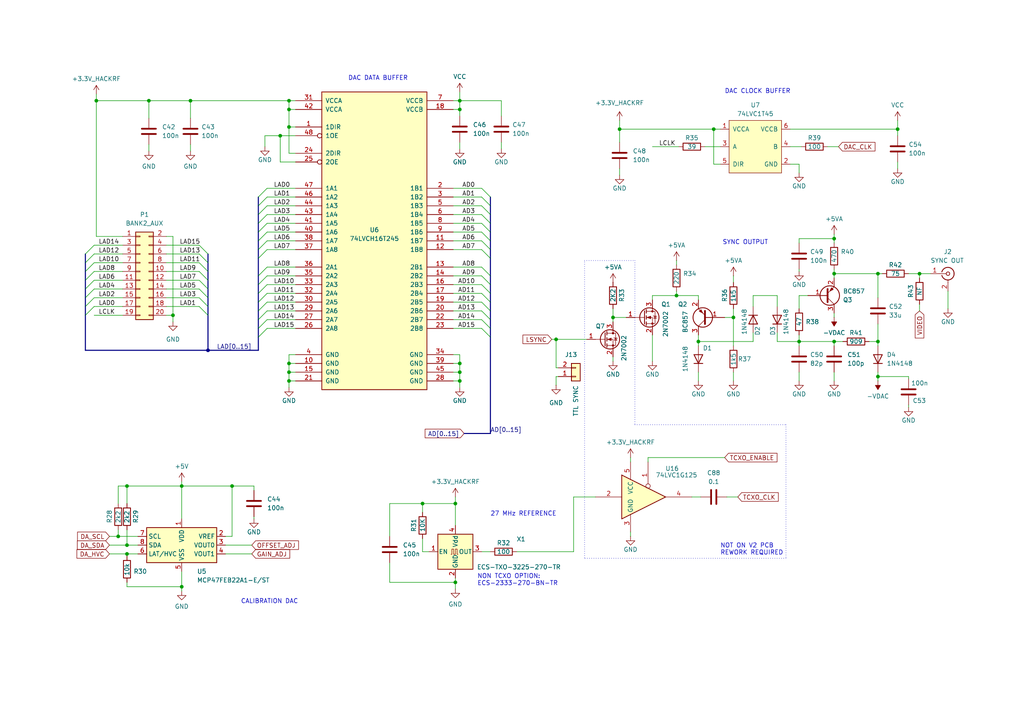
<source format=kicad_sch>
(kicad_sch (version 20231120) (generator "eeschema") (generator_version "8.0")
  (paper "A4")
  (title_block (title "${TITLE}") (date "${DATE}") (rev "${VERSION}") (company "${COPYRIGHT}") (comment 1 "${LICENSE}") (comment 2 "VIDEO INTERFACE / POWER"))
  (junction (at 83.82 36.83))
  (junction (at 83.82 29.21))
  (junction (at 133.35 31.75))
  (junction (at 207.01 37.465))
  (junction (at 81.28 39.37))
  (junction (at 179.705 37.465))
  (junction (at 55.245 29.21))
  (junction (at 50.165 91.44))
  (junction (at 36.83 160.655))
  (junction (at 241.935 99.06))
  (junction (at 132.08 146.05))
  (junction (at 122.555 146.05))
  (junction (at 52.705 140.97))
  (junction (at 202.565 99.06))
  (junction (at 60.325 101.6))
  (junction (at 83.82 110.49))
  (junction (at 43.18 29.21))
  (junction (at 132.08 168.91))
  (junction (at 83.82 31.75))
  (junction (at 83.82 107.95))
  (junction (at 212.725 92.075))
  (junction (at 133.35 29.21))
  (junction (at 133.35 107.95))
  (junction (at 36.83 158.115))
  (junction (at 133.35 105.41))
  (junction (at 254.635 79.375))
  (junction (at 36.83 140.97))
  (junction (at 254.635 99.06))
  (junction (at 196.215 85.725))
  (junction (at 34.29 155.575))
  (junction (at 52.705 170.18))
  (junction (at 266.7 79.375))
  (junction (at 254.635 109.22))
  (junction (at 83.82 105.41))
  (junction (at 67.31 140.97))
  (junction (at 231.775 99.06))
  (junction (at 161.29 98.425))
  (junction (at 260.35 37.465))
  (junction (at 241.935 79.375))
  (junction (at 133.35 110.49))
  (junction (at 27.94 29.21))
  (junction (at 241.935 69.215))
  (junction (at 177.8 92.075))
  (bus_entry (at 77.47 67.31) (size -2.54 2.54))
  (bus_entry (at 139.7 67.31) (size 2.54 2.54))
  (bus_entry (at 77.47 64.77) (size -2.54 2.54))
  (bus_entry (at 57.785 83.82) (size 2.54 2.54))
  (bus_entry (at 139.7 59.69) (size 2.54 2.54))
  (bus_entry (at 139.7 54.61) (size 2.54 2.54))
  (bus_entry (at 24.765 73.66) (size 2.54 -2.54))
  (bus_entry (at 24.765 83.82) (size 2.54 -2.54))
  (bus_entry (at 77.47 72.39) (size -2.54 2.54))
  (bus_entry (at 24.765 81.28) (size 2.54 -2.54))
  (bus_entry (at 77.47 69.85) (size -2.54 2.54))
  (bus_entry (at 139.7 95.25) (size 2.54 2.54))
  (bus_entry (at 24.765 88.9) (size 2.54 -2.54))
  (bus_entry (at 57.785 86.36) (size 2.54 2.54))
  (bus_entry (at 77.47 80.01) (size -2.54 2.54))
  (bus_entry (at 139.7 77.47) (size 2.54 2.54))
  (bus_entry (at 77.47 85.09) (size -2.54 2.54))
  (bus_entry (at 77.47 87.63) (size -2.54 2.54))
  (bus_entry (at 139.7 85.09) (size 2.54 2.54))
  (bus_entry (at 139.7 72.39) (size 2.54 2.54))
  (bus_entry (at 77.47 62.23) (size -2.54 2.54))
  (bus_entry (at 77.47 77.47) (size -2.54 2.54))
  (bus_entry (at 24.765 91.44) (size 2.54 -2.54))
  (bus_entry (at 24.765 86.36) (size 2.54 -2.54))
  (bus_entry (at 77.47 92.71) (size -2.54 2.54))
  (bus_entry (at 24.765 78.74) (size 2.54 -2.54))
  (bus_entry (at 139.7 87.63) (size 2.54 2.54))
  (bus_entry (at 57.785 73.66) (size 2.54 2.54))
  (bus_entry (at 57.785 81.28) (size 2.54 2.54))
  (bus_entry (at 139.7 62.23) (size 2.54 2.54))
  (bus_entry (at 77.47 57.15) (size -2.54 2.54))
  (bus_entry (at 77.47 54.61) (size -2.54 2.54))
  (bus_entry (at 139.7 57.15) (size 2.54 2.54))
  (bus_entry (at 57.785 78.74) (size 2.54 2.54))
  (bus_entry (at 77.47 59.69) (size -2.54 2.54))
  (bus_entry (at 139.7 92.71) (size 2.54 2.54))
  (bus_entry (at 77.47 82.55) (size -2.54 2.54))
  (bus_entry (at 139.7 64.77) (size 2.54 2.54))
  (bus_entry (at 139.7 82.55) (size 2.54 2.54))
  (bus_entry (at 57.785 88.9) (size 2.54 2.54))
  (bus_entry (at 57.785 76.2) (size 2.54 2.54))
  (bus_entry (at 139.7 80.01) (size 2.54 2.54))
  (bus_entry (at 77.47 95.25) (size -2.54 2.54))
  (bus_entry (at 57.785 71.12) (size 2.54 2.54))
  (bus_entry (at 139.7 90.17) (size 2.54 2.54))
  (bus_entry (at 139.7 69.85) (size 2.54 2.54))
  (bus_entry (at 24.765 76.2) (size 2.54 -2.54))
  (bus_entry (at 77.47 90.17) (size -2.54 2.54))
  (wire (pts (xy 139.7 90.17) (xy 131.445 90.17)))
  (wire (pts (xy 240.03 42.545) (xy 243.205 42.545)))
  (wire (pts (xy 189.23 85.725) (xy 189.23 86.995)))
  (bus (pts (xy 142.24 80.01) (xy 142.24 74.93)))
  (wire (pts (xy 131.445 31.75) (xy 133.35 31.75)))
  (wire (pts (xy 139.7 77.47) (xy 131.445 77.47)))
  (wire (pts (xy 132.08 168.91) (xy 132.08 170.815)))
  (wire (pts (xy 139.7 85.09) (xy 131.445 85.09)))
  (wire (pts (xy 48.26 81.28) (xy 57.785 81.28)))
  (wire (pts (xy 36.83 158.115) (xy 40.005 158.115)))
  (wire (pts (xy 77.47 82.55) (xy 85.725 82.55)))
  (wire (pts (xy 77.47 67.31) (xy 85.725 67.31)))
  (wire (pts (xy 132.08 168.91) (xy 113.03 168.91)))
  (wire (pts (xy 76.835 39.37) (xy 76.835 42.545)))
  (wire (pts (xy 81.28 39.37) (xy 76.835 39.37)))
  (wire (pts (xy 254.635 107.95) (xy 254.635 109.22)))
  (wire (pts (xy 83.82 105.41) (xy 83.82 107.95)))
  (wire (pts (xy 48.26 88.9) (xy 57.785 88.9)))
  (bus (pts (xy 142.24 95.25) (xy 142.24 92.71)))
  (bus (pts (xy 74.93 69.85) (xy 74.93 67.31)))
  (bus (pts (xy 142.24 62.23) (xy 142.24 59.69)))
  (polyline (pts (xy 184.15 123.19) (xy 227.965 123.19)) (stroke (width 0) (type dot)))
  (wire (pts (xy 187.96 132.715) (xy 210.185 132.715)))
  (wire (pts (xy 241.935 69.215) (xy 241.935 70.485)))
  (wire (pts (xy 139.7 57.15) (xy 131.445 57.15)))
  (wire (pts (xy 113.03 146.05) (xy 113.03 155.575)))
  (wire (pts (xy 43.18 29.21) (xy 27.94 29.21)))
  (wire (pts (xy 139.7 59.69) (xy 131.445 59.69)))
  (wire (pts (xy 83.82 102.87) (xy 83.82 105.41)))
  (wire (pts (xy 254.635 79.375) (xy 255.905 79.375)))
  (wire (pts (xy 65.405 158.115) (xy 73.025 158.115)))
  (wire (pts (xy 231.775 107.95) (xy 231.775 110.49)))
  (bus (pts (xy 142.24 97.79) (xy 142.24 95.25)))
  (wire (pts (xy 133.35 110.49) (xy 133.35 112.395)))
  (bus (pts (xy 142.24 85.09) (xy 142.24 82.55)))
  (wire (pts (xy 77.47 54.61) (xy 85.725 54.61)))
  (bus (pts (xy 74.93 80.01) (xy 74.93 74.93)))
  (wire (pts (xy 241.935 90.805) (xy 241.935 92.075)))
  (bus (pts (xy 74.93 59.69) (xy 74.93 57.15)))
  (bus (pts (xy 60.325 91.44) (xy 60.325 101.6)))
  (wire (pts (xy 212.725 107.95) (xy 212.725 110.49)))
  (wire (pts (xy 83.82 29.21) (xy 85.725 29.21)))
  (wire (pts (xy 67.31 140.97) (xy 73.66 140.97)))
  (wire (pts (xy 36.83 160.655) (xy 40.005 160.655)))
  (polyline (pts (xy 227.965 161.925) (xy 169.545 161.925)) (stroke (width 0) (type dot)))
  (wire (pts (xy 241.935 99.06) (xy 241.935 100.33)))
  (bus (pts (xy 74.93 95.25) (xy 74.93 92.71)))
  (wire (pts (xy 132.08 152.4) (xy 132.08 146.05)))
  (wire (pts (xy 83.82 31.75) (xy 83.82 29.21)))
  (wire (pts (xy 27.94 29.21) (xy 27.94 68.58)))
  (wire (pts (xy 73.66 149.86) (xy 73.66 150.495)))
  (wire (pts (xy 202.565 99.06) (xy 218.44 99.06)))
  (wire (pts (xy 52.705 140.97) (xy 52.705 150.495)))
  (wire (pts (xy 77.47 92.71) (xy 85.725 92.71)))
  (bus (pts (xy 142.24 125.73) (xy 142.24 97.79)))
  (polyline (pts (xy 169.545 99.695) (xy 169.545 161.925)) (stroke (width 0) (type dot)))
  (wire (pts (xy 139.7 92.71) (xy 131.445 92.71)))
  (wire (pts (xy 55.245 41.91) (xy 55.245 43.815)))
  (wire (pts (xy 241.935 78.105) (xy 241.935 79.375)))
  (bus (pts (xy 142.24 92.71) (xy 142.24 90.17)))
  (wire (pts (xy 85.725 46.99) (xy 81.28 46.99)))
  (wire (pts (xy 196.215 85.725) (xy 202.565 85.725)))
  (bus (pts (xy 142.24 82.55) (xy 142.24 80.01)))
  (wire (pts (xy 43.18 29.21) (xy 43.18 34.29)))
  (wire (pts (xy 122.555 156.21) (xy 122.555 160.02)))
  (wire (pts (xy 139.7 67.31) (xy 131.445 67.31)))
  (bus (pts (xy 142.24 90.17) (xy 142.24 87.63)))
  (wire (pts (xy 43.18 41.91) (xy 43.18 43.815)))
  (wire (pts (xy 133.35 105.41) (xy 131.445 105.41)))
  (wire (pts (xy 207.01 37.465) (xy 207.01 47.625)))
  (wire (pts (xy 225.425 99.06) (xy 231.775 99.06)))
  (wire (pts (xy 48.26 76.2) (xy 57.785 76.2)))
  (wire (pts (xy 27.94 27.305) (xy 27.94 29.21)))
  (bus (pts (xy 60.325 88.9) (xy 60.325 91.44)))
  (wire (pts (xy 212.725 89.535) (xy 212.725 92.075)))
  (bus (pts (xy 74.93 74.93) (xy 74.93 72.39)))
  (wire (pts (xy 27.305 88.9) (xy 35.56 88.9)))
  (wire (pts (xy 132.08 144.145) (xy 132.08 146.05)))
  (bus (pts (xy 60.325 78.74) (xy 60.325 81.28)))
  (wire (pts (xy 145.415 41.275) (xy 145.415 43.18)))
  (wire (pts (xy 52.705 170.18) (xy 52.705 171.45)))
  (wire (pts (xy 229.235 37.465) (xy 260.35 37.465)))
  (wire (pts (xy 231.775 47.625) (xy 231.775 50.165)))
  (wire (pts (xy 35.56 68.58) (xy 27.94 68.58)))
  (wire (pts (xy 241.935 67.945) (xy 241.935 69.215)))
  (bus (pts (xy 74.93 101.6) (xy 60.325 101.6)))
  (wire (pts (xy 225.425 96.52) (xy 225.425 99.06)))
  (wire (pts (xy 27.305 71.12) (xy 35.56 71.12)))
  (wire (pts (xy 263.525 79.375) (xy 266.7 79.375)))
  (wire (pts (xy 36.83 170.18) (xy 52.705 170.18)))
  (polyline (pts (xy 169.545 75.565) (xy 184.15 75.565)) (stroke (width 0) (type dot)))
  (wire (pts (xy 36.83 160.655) (xy 36.83 161.29)))
  (bus (pts (xy 142.24 69.85) (xy 142.24 67.31)))
  (wire (pts (xy 48.26 83.82) (xy 57.785 83.82)))
  (bus (pts (xy 74.93 90.17) (xy 74.93 87.63)))
  (wire (pts (xy 254.635 93.98) (xy 254.635 99.06)))
  (wire (pts (xy 43.18 29.21) (xy 55.245 29.21)))
  (bus (pts (xy 142.24 67.31) (xy 142.24 64.77)))
  (wire (pts (xy 260.35 37.465) (xy 260.35 39.37)))
  (wire (pts (xy 131.445 102.87) (xy 133.35 102.87)))
  (wire (pts (xy 83.82 31.75) (xy 85.725 31.75)))
  (wire (pts (xy 83.82 107.95) (xy 85.725 107.95)))
  (wire (pts (xy 160.02 98.425) (xy 161.29 98.425)))
  (wire (pts (xy 210.185 92.075) (xy 212.725 92.075)))
  (wire (pts (xy 208.915 47.625) (xy 207.01 47.625)))
  (wire (pts (xy 139.7 69.85) (xy 131.445 69.85)))
  (wire (pts (xy 27.305 73.66) (xy 35.56 73.66)))
  (wire (pts (xy 179.705 34.925) (xy 179.705 37.465)))
  (wire (pts (xy 83.82 36.83) (xy 83.82 44.45)))
  (wire (pts (xy 77.47 59.69) (xy 85.725 59.69)))
  (wire (pts (xy 131.445 29.21) (xy 133.35 29.21)))
  (bus (pts (xy 24.765 73.66) (xy 24.765 76.2)))
  (bus (pts (xy 74.93 67.31) (xy 74.93 64.77)))
  (wire (pts (xy 77.47 77.47) (xy 85.725 77.47)))
  (bus (pts (xy 24.765 86.36) (xy 24.765 88.9)))
  (wire (pts (xy 225.425 85.725) (xy 218.44 85.725)))
  (wire (pts (xy 229.235 42.545) (xy 232.41 42.545)))
  (wire (pts (xy 202.565 99.06) (xy 202.565 100.33)))
  (wire (pts (xy 229.235 47.625) (xy 231.775 47.625)))
  (wire (pts (xy 34.29 153.67) (xy 34.29 155.575)))
  (wire (pts (xy 231.775 97.155) (xy 231.775 99.06)))
  (bus (pts (xy 74.93 64.77) (xy 74.93 62.23)))
  (bus (pts (xy 74.93 62.23) (xy 74.93 59.69)))
  (wire (pts (xy 73.66 140.97) (xy 73.66 142.24)))
  (wire (pts (xy 200.66 144.145) (xy 203.2 144.145)))
  (wire (pts (xy 77.47 57.15) (xy 85.725 57.15)))
  (wire (pts (xy 177.8 103.505) (xy 177.8 104.775)))
  (wire (pts (xy 133.35 26.67) (xy 133.35 29.21)))
  (bus (pts (xy 60.325 81.28) (xy 60.325 83.82)))
  (wire (pts (xy 52.705 139.7) (xy 52.705 140.97)))
  (wire (pts (xy 83.82 36.83) (xy 83.82 31.75)))
  (wire (pts (xy 65.405 155.575) (xy 67.31 155.575)))
  (wire (pts (xy 166.37 144.145) (xy 172.72 144.145)))
  (wire (pts (xy 50.165 68.58) (xy 48.26 68.58)))
  (wire (pts (xy 83.82 105.41) (xy 85.725 105.41)))
  (wire (pts (xy 67.31 155.575) (xy 67.31 140.97)))
  (wire (pts (xy 48.26 71.12) (xy 57.785 71.12)))
  (bus (pts (xy 74.93 85.09) (xy 74.93 82.55)))
  (wire (pts (xy 161.29 109.22) (xy 161.29 111.76)))
  (wire (pts (xy 231.775 85.725) (xy 234.315 85.725)))
  (wire (pts (xy 241.935 79.375) (xy 254.635 79.375)))
  (wire (pts (xy 27.305 76.2) (xy 35.56 76.2)))
  (wire (pts (xy 202.565 97.155) (xy 202.565 99.06)))
  (wire (pts (xy 139.7 160.02) (xy 142.24 160.02)))
  (bus (pts (xy 24.765 88.9) (xy 24.765 91.44)))
  (wire (pts (xy 77.47 87.63) (xy 85.725 87.63)))
  (wire (pts (xy 139.7 87.63) (xy 131.445 87.63)))
  (wire (pts (xy 179.705 37.465) (xy 207.01 37.465)))
  (wire (pts (xy 133.35 107.95) (xy 131.445 107.95)))
  (bus (pts (xy 60.325 83.82) (xy 60.325 86.36)))
  (wire (pts (xy 177.8 89.535) (xy 177.8 92.075)))
  (wire (pts (xy 231.775 99.06) (xy 241.935 99.06)))
  (wire (pts (xy 113.03 168.91) (xy 113.03 163.195)))
  (bus (pts (xy 24.765 81.28) (xy 24.765 83.82)))
  (wire (pts (xy 122.555 160.02) (xy 124.46 160.02)))
  (wire (pts (xy 133.35 107.95) (xy 133.35 110.49)))
  (wire (pts (xy 50.165 91.44) (xy 50.165 93.345)))
  (wire (pts (xy 189.23 85.725) (xy 196.215 85.725)))
  (wire (pts (xy 161.29 98.425) (xy 170.18 98.425)))
  (wire (pts (xy 77.47 85.09) (xy 85.725 85.09)))
  (wire (pts (xy 34.29 155.575) (xy 40.005 155.575)))
  (wire (pts (xy 231.775 78.105) (xy 231.775 78.74)))
  (wire (pts (xy 83.82 44.45) (xy 85.725 44.45)))
  (wire (pts (xy 161.925 109.22) (xy 161.29 109.22)))
  (wire (pts (xy 27.305 81.28) (xy 35.56 81.28)))
  (wire (pts (xy 139.7 62.23) (xy 131.445 62.23)))
  (bus (pts (xy 142.24 125.73) (xy 134.62 125.73)))
  (wire (pts (xy 133.35 29.21) (xy 145.415 29.21)))
  (bus (pts (xy 60.325 76.2) (xy 60.325 78.74)))
  (wire (pts (xy 139.7 72.39) (xy 131.445 72.39)))
  (wire (pts (xy 77.47 80.01) (xy 85.725 80.01)))
  (wire (pts (xy 133.35 29.21) (xy 133.35 31.75)))
  (wire (pts (xy 83.82 29.21) (xy 55.245 29.21)))
  (wire (pts (xy 48.26 73.66) (xy 57.785 73.66)))
  (wire (pts (xy 179.705 48.895) (xy 179.705 50.8)))
  (wire (pts (xy 81.28 39.37) (xy 81.28 46.99)))
  (bus (pts (xy 74.93 97.79) (xy 74.93 95.25)))
  (wire (pts (xy 182.88 132.715) (xy 182.88 133.985)))
  (wire (pts (xy 231.775 99.06) (xy 231.775 100.33)))
  (wire (pts (xy 179.705 37.465) (xy 179.705 41.275)))
  (wire (pts (xy 122.555 146.05) (xy 122.555 148.59)))
  (wire (pts (xy 65.405 160.655) (xy 73.025 160.655)))
  (polyline (pts (xy 184.15 75.565) (xy 184.15 123.19)) (stroke (width 0) (type dot)))
  (wire (pts (xy 77.47 90.17) (xy 85.725 90.17)))
  (wire (pts (xy 48.26 86.36) (xy 57.785 86.36)))
  (wire (pts (xy 132.08 167.64) (xy 132.08 168.91)))
  (wire (pts (xy 83.82 107.95) (xy 83.82 110.49)))
  (wire (pts (xy 266.7 79.375) (xy 266.7 80.645)))
  (bus (pts (xy 74.93 101.6) (xy 74.93 97.79)))
  (wire (pts (xy 77.47 69.85) (xy 85.725 69.85)))
  (wire (pts (xy 85.725 36.83) (xy 83.82 36.83)))
  (wire (pts (xy 166.37 160.02) (xy 166.37 144.145)))
  (wire (pts (xy 83.82 110.49) (xy 83.82 112.395)))
  (wire (pts (xy 241.935 79.375) (xy 241.935 80.645)))
  (wire (pts (xy 266.7 88.265) (xy 266.7 90.17)))
  (wire (pts (xy 36.83 168.91) (xy 36.83 170.18)))
  (wire (pts (xy 225.425 88.9) (xy 225.425 85.725)))
  (bus (pts (xy 142.24 72.39) (xy 142.24 69.85)))
  (bus (pts (xy 142.24 64.77) (xy 142.24 62.23)))
  (wire (pts (xy 254.635 109.22) (xy 254.635 110.49)))
  (wire (pts (xy 48.26 78.74) (xy 57.785 78.74)))
  (wire (pts (xy 241.935 69.215) (xy 231.775 69.215)))
  (bus (pts (xy 60.325 86.36) (xy 60.325 88.9)))
  (bus (pts (xy 142.24 59.69) (xy 142.24 57.15)))
  (bus (pts (xy 24.765 78.74) (xy 24.765 81.28)))
  (wire (pts (xy 263.525 109.22) (xy 263.525 109.855)))
  (wire (pts (xy 266.7 79.375) (xy 269.875 79.375)))
  (wire (pts (xy 254.635 79.375) (xy 254.635 86.36)))
  (bus (pts (xy 74.93 87.63) (xy 74.93 85.09)))
  (wire (pts (xy 27.305 86.36) (xy 35.56 86.36)))
  (wire (pts (xy 149.86 160.02) (xy 166.37 160.02)))
  (wire (pts (xy 231.775 69.215) (xy 231.775 70.485)))
  (wire (pts (xy 52.705 165.735) (xy 52.705 170.18)))
  (wire (pts (xy 145.415 29.21) (xy 145.415 33.655)))
  (wire (pts (xy 77.47 95.25) (xy 85.725 95.25)))
  (wire (pts (xy 204.47 42.545) (xy 208.915 42.545)))
  (wire (pts (xy 133.35 105.41) (xy 133.35 107.95)))
  (bus (pts (xy 60.325 73.66) (xy 60.325 76.2)))
  (bus (pts (xy 142.24 74.93) (xy 142.24 72.39)))
  (wire (pts (xy 133.35 31.75) (xy 133.35 33.655)))
  (wire (pts (xy 139.7 82.55) (xy 131.445 82.55)))
  (bus (pts (xy 74.93 82.55) (xy 74.93 80.01)))
  (wire (pts (xy 139.7 64.77) (xy 131.445 64.77)))
  (wire (pts (xy 77.47 72.39) (xy 85.725 72.39)))
  (wire (pts (xy 196.215 84.455) (xy 196.215 85.725)))
  (wire (pts (xy 27.305 78.74) (xy 35.56 78.74)))
  (wire (pts (xy 36.83 140.97) (xy 52.705 140.97)))
  (wire (pts (xy 31.75 158.115) (xy 36.83 158.115)))
  (wire (pts (xy 207.01 37.465) (xy 208.915 37.465)))
  (wire (pts (xy 161.29 98.425) (xy 161.29 106.68)))
  (wire (pts (xy 31.75 160.655) (xy 36.83 160.655)))
  (polyline (pts (xy 169.545 99.695) (xy 169.545 75.565)) (stroke (width 0) (type dot)))
  (wire (pts (xy 260.35 34.925) (xy 260.35 37.465)))
  (wire (pts (xy 210.82 144.145) (xy 213.995 144.145)))
  (wire (pts (xy 133.35 102.87) (xy 133.35 105.41)))
  (wire (pts (xy 161.925 106.68) (xy 161.29 106.68)))
  (wire (pts (xy 31.75 155.575) (xy 34.29 155.575)))
  (wire (pts (xy 139.7 54.61) (xy 131.445 54.61)))
  (wire (pts (xy 241.935 99.06) (xy 244.475 99.06)))
  (wire (pts (xy 212.725 92.075) (xy 212.725 100.33)))
  (wire (pts (xy 55.245 29.21) (xy 55.245 34.29)))
  (wire (pts (xy 260.35 46.99) (xy 260.35 48.895)))
  (wire (pts (xy 36.83 153.67) (xy 36.83 158.115)))
  (bus (pts (xy 24.765 76.2) (xy 24.765 78.74)))
  (wire (pts (xy 202.565 85.725) (xy 202.565 86.995)))
  (wire (pts (xy 177.8 92.075) (xy 177.8 93.345)))
  (wire (pts (xy 212.725 80.01) (xy 212.725 81.915)))
  (wire (pts (xy 85.725 102.87) (xy 83.82 102.87)))
  (wire (pts (xy 241.935 107.95) (xy 241.935 110.49)))
  (bus (pts (xy 24.765 101.6) (xy 60.325 101.6)))
  (wire (pts (xy 52.705 140.97) (xy 67.31 140.97)))
  (wire (pts (xy 182.88 154.305) (xy 182.88 155.575)))
  (wire (pts (xy 36.83 140.97) (xy 34.29 140.97)))
  (wire (pts (xy 177.8 92.075) (xy 181.61 92.075)))
  (wire (pts (xy 218.44 85.725) (xy 218.44 88.9)))
  (wire (pts (xy 27.305 83.82) (xy 35.56 83.82)))
  (wire (pts (xy 113.03 146.05) (xy 122.555 146.05)))
  (wire (pts (xy 83.82 110.49) (xy 85.725 110.49)))
  (wire (pts (xy 133.35 41.275) (xy 133.35 43.18)))
  (bus (pts (xy 74.93 72.39) (xy 74.93 69.85)))
  (wire (pts (xy 133.35 110.49) (xy 131.445 110.49)))
  (wire (pts (xy 189.23 97.155) (xy 189.23 104.775)))
  (wire (pts (xy 50.165 91.44) (xy 50.165 68.58)))
  (bus (pts (xy 142.24 87.63) (xy 142.24 85.09)))
  (wire (pts (xy 189.23 42.545) (xy 196.85 42.545)))
  (wire (pts (xy 34.29 140.97) (xy 34.29 146.05)))
  (bus (pts (xy 24.765 83.82) (xy 24.765 86.36)))
  (polyline (pts (xy 227.965 123.19) (xy 227.965 161.925)) (stroke (width 0) (type dot)))
  (wire (pts (xy 36.83 140.97) (xy 36.83 146.05)))
  (wire (pts (xy 196.215 75.565) (xy 196.215 76.835)))
  (wire (pts (xy 139.7 95.25) (xy 131.445 95.25)))
  (wire (pts (xy 139.7 80.01) (xy 131.445 80.01)))
  (wire (pts (xy 218.44 96.52) (xy 218.44 99.06)))
  (wire (pts (xy 231.775 89.535) (xy 231.775 85.725)))
  (wire (pts (xy 27.305 91.44) (xy 35.56 91.44)))
  (wire (pts (xy 254.635 99.06) (xy 254.635 100.33)))
  (wire (pts (xy 77.47 64.77) (xy 85.725 64.77)))
  (wire (pts (xy 202.565 107.95) (xy 202.565 110.49)))
  (wire (pts (xy 252.095 99.06) (xy 254.635 99.06)))
  (wire (pts (xy 122.555 146.05) (xy 132.08 146.05)))
  (wire (pts (xy 187.96 133.985) (xy 187.96 132.715)))
  (wire (pts (xy 254.635 109.22) (xy 263.525 109.22)))
  (bus (pts (xy 74.93 92.71) (xy 74.93 90.17)))
  (wire (pts (xy 77.47 62.23) (xy 85.725 62.23)))
  (wire (pts (xy 48.26 91.44) (xy 50.165 91.44)))
  (wire (pts (xy 263.525 118.11) (xy 263.525 117.475)))
  (wire (pts (xy 85.725 39.37) (xy 81.28 39.37)))
  (bus (pts (xy 24.765 91.44) (xy 24.765 101.6)))
  (wire (pts (xy 274.955 84.455) (xy 274.955 89.535)))
  (text "NOT ON V2 PCB\nREWORK REQUIRED" (at 208.915 159.385 0) (effects (font (size 1.27 1.27)) (justify left)))
  (text "CALIBRATION DAC" (at 69.85 175.26 0) (effects (font (size 1.27 1.27)) (justify left bottom)))
  (text "DAC DATA BUFFER" (at 100.965 23.495 0) (effects (font (size 1.27 1.27)) (justify left bottom)))
  (text "NON TCXO OPTION:\nECS-2333-270-BN-TR" (at 138.43 168.275 0) (effects (font (size 1.27 1.27)) (justify left)))
  (text "27 MHz REFERENCE" (at 142.24 149.86 0) (effects (font (size 1.27 1.27)) (justify left bottom)))
  (text "DAC CLOCK BUFFER" (at 210.185 27.305 0) (effects (font (size 1.27 1.27)) (justify left bottom)))
  (text "SYNC OUTPUT" (at 209.55 71.12 0) (effects (font (size 1.27 1.27)) (justify left bottom)))
  (label "LAD1" (at 79.375 57.15 0))
  (label "LAD4" (at 79.375 64.77 0))
  (label "LAD7" (at 52.07 81.28 0))
  (label "AD3" (at 137.795 62.23 180))
  (label "AD15" (at 137.795 95.25 180))
  (label "LAD12" (at 79.375 87.63 0))
  (label "LAD11" (at 79.375 85.09 0))
  (label "AD6" (at 137.795 69.85 180))
  (label "LAD8" (at 79.375 77.47 0))
  (label "AD10" (at 137.795 82.55 180))
  (label "LAD14" (at 28.575 71.12 0))
  (label "AD[0..15]" (at 142.24 125.73 0))
  (label "AD11" (at 137.795 85.09 180))
  (label "LAD9" (at 79.375 80.01 0))
  (label "LCLK" (at 191.135 42.545 0))
  (label "LAD3" (at 52.07 86.36 0))
  (label "LAD6" (at 79.375 69.85 0))
  (label "LAD0" (at 28.575 88.9 0))
  (label "LAD13" (at 79.375 90.17 0))
  (label "AD9" (at 137.795 80.01 180))
  (label "LAD14" (at 79.375 92.71 0))
  (label "LAD[0..15]" (at 62.865 101.6 0))
  (label "AD4" (at 137.795 64.77 180))
  (label "LAD0" (at 79.375 54.61 0))
  (label "LAD1" (at 52.07 88.9 0))
  (label "AD7" (at 137.795 72.39 180))
  (label "AD8" (at 137.795 77.47 180))
  (label "AD14" (at 137.795 92.71 180))
  (label "AD2" (at 137.795 59.69 180))
  (label "LAD10" (at 28.575 76.2 0))
  (label "LAD5" (at 52.07 83.82 0))
  (label "LAD4" (at 28.575 83.82 0))
  (label "LAD8" (at 28.575 78.74 0))
  (label "LAD12" (at 28.575 73.66 0))
  (label "LAD7" (at 79.375 72.39 0))
  (label "LAD5" (at 79.375 67.31 0))
  (label "LAD15" (at 52.07 71.12 0))
  (label "AD13" (at 137.795 90.17 180))
  (label "AD1" (at 137.795 57.15 180))
  (label "LCLK" (at 28.575 91.44 0))
  (label "LAD3" (at 79.375 62.23 0))
  (label "LAD11" (at 52.07 76.2 0))
  (label "LAD2" (at 28.575 86.36 0))
  (label "LAD10" (at 79.375 82.55 0))
  (label "AD0" (at 137.795 54.61 180))
  (label "LAD15" (at 79.375 95.25 0))
  (label "LAD2" (at 79.375 59.69 0))
  (label "AD12" (at 137.795 87.63 180))
  (label "LAD13" (at 52.07 73.66 0))
  (label "LAD9" (at 52.07 78.74 0))
  (label "LAD6" (at 28.575 81.28 0))
  (label "AD5" (at 137.795 67.31 180))
  (global_label "AD[0..15]" (shape input) (at 134.62 125.73 180) (property "Intersheetrefs" "${INTERSHEET_REFS}" (effects (hide yes))))
  (global_label "VIDEO" (shape input) (at 266.7 90.17 270) (property "Intersheetrefs" "${INTERSHEET_REFS}" (effects (hide yes))))
  (global_label "DAC_CLK" (shape input) (at 243.205 42.545 0) (property "Intersheetrefs" "${INTERSHEET_REFS}" (effects (hide yes))))
  (global_label "DA_SCL" (shape input) (at 31.75 155.575 180) (property "Intersheetrefs" "${INTERSHEET_REFS}" (effects (hide yes))))
  (global_label "DA_HVC" (shape input) (at 31.75 160.655 180) (property "Intersheetrefs" "${INTERSHEET_REFS}" (effects (hide yes))))
  (global_label "TCXO_ENABLE" (shape input) (at 210.185 132.715 0) (property "Intersheetrefs" "${INTERSHEET_REFS}" (effects (hide yes))))
  (global_label "DA_SDA" (shape input) (at 31.75 158.115 180) (property "Intersheetrefs" "${INTERSHEET_REFS}" (effects (hide yes))))
  (global_label "GAIN_ADJ" (shape input) (at 73.025 160.655 0) (property "Intersheetrefs" "${INTERSHEET_REFS}" (effects (hide yes))))
  (global_label "OFFSET_ADJ" (shape input) (at 73.025 158.115 0) (property "Intersheetrefs" "${INTERSHEET_REFS}" (effects (hide yes))))
  (global_label "LSYNC" (shape input) (at 160.02 98.425 180) (property "Intersheetrefs" "${INTERSHEET_REFS}" (effects (hide yes))))
  (global_label "TCXO_CLK" (shape input) (at 213.995 144.145 0) (property "Intersheetrefs" "${INTERSHEET_REFS}" (effects (hide yes))))
  (symbol (lib_id "power:GND") (at 212.725 110.49 0) (unit 1)
    (property "Reference" "#PWR064" (effects (hide yes)))
    (property "Value" "GND" (at 212.725 114.3 0))
  )
  (symbol (lib_id "+3.3v_hackrf:+3.3V_HACKRF") (at 132.08 144.145 0) (unit 1)
    (property "Reference" "#PWR052" (effects (hide yes)))
    (property "Value" "+3.3V_HACKRF" (at 132.08 139.7 0))
  )
  (symbol (lib_id "Device:D") (at 254.635 104.14 90) (unit 1)
    (property "Reference" "D4" (at 257.175 102.87 90) (effects (justify right)))
    (property "Value" "1N4148" (at 257.175 105.41 90) (effects (justify right)))
    (property "Footprint" "Diode_SMD:D_SOD-123" (effects (hide yes)))
    (property "Sim.Device" "D" (effects (hide yes)))
    (property "Sim.Pins" "1=K 2=A" (effects (hide yes)))
  )
  (symbol (lib_id "+3.3v_hackrf:+3.3V_HACKRF") (at 182.88 132.715 0) (unit 1)
    (property "Reference" "#PWR0137" (effects (hide yes)))
    (property "Value" "+3.3V_HACKRF" (at 182.88 128.27 0))
  )
  (symbol (lib_id "Device:C") (at 207.01 144.145 90) (unit 1)
    (property "Reference" "C88" (at 207.01 137.16 90))
    (property "Value" "0.1" (at 207.01 139.7 90))
    (property "Description" "Unpolarized capacitor" (effects (hide yes)))
  )
  (symbol (lib_id "Device:R") (at 231.775 93.345 0) (unit 1)
    (property "Reference" "R38" (at 233.68 93.345 0) (effects (justify left)))
    (property "Value" "47" (at 231.775 94.615 90) (effects (justify left)))
    (property "Footprint" "Resistor_SMD:R_0603_1608Metric" (effects (hide yes)))
  )
  (symbol (lib_name "GND_1") (lib_id "power:GND") (at 161.29 111.76 0) (unit 1)
    (property "Reference" "#PWR0135" (effects (hide yes)))
    (property "Value" "GND" (at 161.29 116.84 0))
    (property "Description" "Power symbol creates a global label with name \"GND\" , ground" (effects (hide yes)))
  )
  (symbol (lib_id "Transistor_BJT:BC807") (at 239.395 85.725 0) (mirror x) (unit 1)
    (property "Reference" "Q3" (at 244.475 86.995 0) (effects (justify left)))
    (property "Value" "BC857" (at 244.475 84.455 0) (effects (justify left)))
    (property "Footprint" "Package_TO_SOT_SMD:SOT-23" (effects (hide yes)))
    (property "Datasheet" "https://www.onsemi.com/pub/Collateral/BC808-D.pdf" (effects (hide yes)))
  )
  (symbol (lib_id "power:+5V") (at 52.705 139.7 0) (unit 1)
    (property "Reference" "#PWR046" (effects (hide yes)))
    (property "Value" "+5V" (at 52.705 135.255 0))
  )
  (symbol (lib_id "power:GND") (at 231.775 50.165 0) (unit 1)
    (property "Reference" "#PWR067" (effects (hide yes)))
    (property "Value" "GND" (at 231.775 53.975 0))
  )
  (symbol (lib_id "Device:R") (at 177.8 85.725 0) (unit 1)
    (property "Reference" "R33" (at 180.34 87.63 90) (effects (justify left)))
    (property "Value" "2K2" (at 177.8 87.63 90) (effects (justify left)))
    (property "Description" "Resistor" (effects (hide yes)))
  )
  (symbol (lib_id "Device:D") (at 225.425 92.71 90) (unit 1)
    (property "Reference" "D3" (at 224.155 94.615 0) (effects (justify right)))
    (property "Value" "1N4148" (at 227.965 89.535 0) (effects (justify right)))
    (property "Footprint" "Diode_SMD:D_SOD-123" (effects (hide yes)))
    (property "Sim.Device" "D" (effects (hide yes)))
    (property "Sim.Pins" "1=K 2=A" (effects (hide yes)))
  )
  (symbol (lib_id "power:VCC") (at 260.35 34.925 0) (unit 1)
    (property "Reference" "#PWR073" (effects (hide yes)))
    (property "Value" "VCC" (at 260.35 30.48 0))
    (property "Description" "Power symbol creates a global label with name \"VCC\"" (effects (hide yes)))
  )
  (symbol (lib_id "power:+5VA") (at 212.725 80.01 0) (unit 1)
    (property "Reference" "#PWR063" (effects (hide yes)))
    (property "Value" "+5VA" (at 212.725 75.565 0))
    (property "Description" "Power symbol creates a global label with name \"+5VA\"" (effects (hide yes)))
  )
  (symbol (lib_id "power:GND") (at 177.8 104.775 0) (unit 1)
    (property "Reference" "#PWR0138" (effects (hide yes)))
    (property "Value" "GND" (at 177.8 108.585 0))
  )
  (symbol (lib_id "Device:R") (at 266.7 84.455 0) (unit 1)
    (property "Reference" "R43" (at 264.16 84.455 90))
    (property "Value" "NF" (at 266.7 84.455 90))
    (property "Footprint" "Resistor_SMD:R_0603_1608Metric" (effects (hide yes)))
  )
  (symbol (lib_id "Device:D") (at 202.565 104.14 90) (unit 1)
    (property "Reference" "D1" (at 203.835 100.965 90) (effects (justify right)))
    (property "Value" "1N4148" (at 198.755 100.33 0) (effects (justify right)))
    (property "Footprint" "Diode_SMD:D_SOD-123" (effects (hide yes)))
    (property "Sim.Device" "D" (effects (hide yes)))
    (property "Sim.Pins" "1=K 2=A" (effects (hide yes)))
  )
  (symbol (lib_id "Device:C") (at 133.35 37.465 0) (unit 1)
    (property "Reference" "C46" (at 137.16 36.195 0) (effects (justify left)))
    (property "Value" "100n" (at 137.16 38.735 0) (effects (justify left)))
    (property "Footprint" "Capacitor_SMD:C_0603_1608Metric" (effects (hide yes)))
  )
  (symbol (lib_id "power:GND") (at 73.66 150.495 0) (unit 1)
    (property "Reference" "#PWR049" (effects (hide yes)))
    (property "Value" "GND" (at 73.66 154.305 0))
  )
  (symbol (lib_id "Connector_Generic:Conn_01x02") (at 167.005 109.22 0) (mirror x) (unit 1)
    (property "Reference" "J13" (at 163.83 102.87 0) (effects (justify left)))
    (property "Value" "TTL SYNC" (at 167.005 111.76 90) (effects (justify left)))
    (property "Footprint" "Connector_Molex:Molex_KK-254_AE-6410-02A_1x02_P2.54mm_Vertical" (effects (hide yes)))
    (property "Description" "Generic connector, single row, 01x02, script generated (kicad-library-utils/schlib/autogen/connector/)" (effects (hide yes)))
  )
  (symbol (lib_id "power:+5VA") (at 177.8 81.915 0) (unit 1)
    (property "Reference" "#PWR0139" (effects (hide yes)))
    (property "Value" "+5VA" (at 177.8 77.47 0))
    (property "Description" "Power symbol creates a global label with name \"+5VA\"" (effects (hide yes)))
  )
  (symbol (lib_id "Device:C") (at 73.66 146.05 0) (unit 1)
    (property "Reference" "C44" (at 77.47 144.78 0) (effects (justify left)))
    (property "Value" "100n" (at 77.47 147.32 0) (effects (justify left)))
    (property "Footprint" "Capacitor_SMD:C_0603_1608Metric" (effects (hide yes)))
  )
  (symbol (lib_id "Device:R") (at 122.555 152.4 0) (unit 1)
    (property "Reference" "R31" (at 120.015 154.305 90) (effects (justify left)))
    (property "Value" "10K" (at 122.555 154.305 90) (effects (justify left)))
    (property "Footprint" "Resistor_SMD:R_0603_1608Metric" (effects (hide yes)))
  )
  (symbol (lib_id "power:GND") (at 263.525 118.11 0) (unit 1)
    (property "Reference" "#PWR072" (effects (hide yes)))
    (property "Value" "GND" (at 263.525 121.92 0))
  )
  (symbol (lib_id "Device:R") (at 236.22 42.545 90) (unit 1)
    (property "Reference" "R39" (at 236.22 40.005 90))
    (property "Value" "100" (at 236.22 42.545 90))
    (property "Footprint" "Resistor_SMD:R_0603_1608Metric" (effects (hide yes)))
  )
  (symbol (lib_id "power:GND") (at 43.18 43.815 0) (unit 1)
    (property "Reference" "#PWR044" (effects (hide yes)))
    (property "Value" "GND" (at 43.18 48.26 0))
  )
  (symbol (lib_id "Device:C") (at 179.705 45.085 0) (unit 1)
    (property "Reference" "C48" (at 183.515 43.815 0) (effects (justify left)))
    (property "Value" "100n" (at 183.515 46.355 0) (effects (justify left)))
    (property "Footprint" "Capacitor_SMD:C_0603_1608Metric" (effects (hide yes)))
  )
  (symbol (lib_id "Device:C") (at 145.415 37.465 0) (unit 1)
    (property "Reference" "C47" (at 148.59 36.195 0) (effects (justify left)))
    (property "Value" "100n" (at 148.59 38.735 0) (effects (justify left)))
    (property "Footprint" "Capacitor_SMD:C_0603_1608Metric" (effects (hide yes)))
  )
  (symbol (lib_id "Device:C") (at 263.525 113.665 180) (unit 1)
    (property "Reference" "C53" (at 268.605 116.205 0) (effects (justify left)))
    (property "Value" "100n" (at 269.24 111.125 0) (effects (justify left)))
    (property "Footprint" "Capacitor_SMD:C_0603_1608Metric" (effects (hide yes)))
  )
  (symbol (lib_id "Device:R") (at 36.83 165.1 0) (unit 1)
    (property "Reference" "R30" (at 38.735 165.735 0) (effects (justify left)))
    (property "Value" "10k" (at 36.83 167.005 90) (effects (justify left)))
    (property "Footprint" "Resistor_SMD:R_0603_1608Metric" (effects (hide yes)))
  )
  (symbol (lib_id "Device:C") (at 43.18 38.1 0) (unit 1)
    (property "Reference" "C42" (at 46.99 36.83 0) (effects (justify left)))
    (property "Value" "100n" (at 46.99 39.37 0) (effects (justify left)))
    (property "Footprint" "Capacitor_SMD:C_0603_1608Metric" (effects (hide yes)))
  )
  (symbol (lib_id "Transistor_FET:2N7002") (at 186.69 92.075 0) (unit 1)
    (property "Reference" "Q1" (at 191.77 88.265 0) (effects (justify left)))
    (property "Value" "2N7002" (at 193.04 97.79 90) (effects (justify left)))
    (property "Footprint" "Package_TO_SOT_SMD:SOT-23" (effects (hide yes)))
    (property "Datasheet" "https://www.onsemi.com/pub/Collateral/NDS7002A-D.PDF" (effects (hide yes)))
  )
  (symbol (lib_id "power:GND") (at 133.35 112.395 0) (mirror y) (unit 1)
    (property "Reference" "#PWR056" (effects (hide yes)))
    (property "Value" "GND" (at 133.35 116.205 0))
  )
  (symbol (lib_id "Device:R") (at 34.29 149.86 0) (unit 1)
    (property "Reference" "R28" (at 31.75 151.765 90) (effects (justify left)))
    (property "Value" "2k2" (at 34.29 151.765 90) (effects (justify left)))
    (property "Footprint" "Resistor_SMD:R_0603_1608Metric" (effects (hide yes)))
  )
  (symbol (lib_id "Device:R") (at 259.715 79.375 90) (unit 1)
    (property "Reference" "R42" (at 259.715 76.835 90))
    (property "Value" "75" (at 259.715 79.375 90))
    (property "Footprint" "Resistor_SMD:R_0603_1608Metric" (effects (hide yes)))
  )
  (symbol (lib_id "74lvc16t245:74LVC16T245") (at 108.585 68.58 0) (unit 1)
    (property "Reference" "U6" (at 108.585 66.675 0))
    (property "Value" "74LVCH16T245" (at 108.585 69.215 0))
    (property "Footprint" "Package_SO:SSOP-48_7.5x15.9mm_P0.635mm" (effects (hide yes)))
  )
  (symbol (lib_id "-VDAC:-VDAC") (at 254.635 110.49 180) (unit 1)
    (property "Reference" "#PWR071" (effects (hide yes)))
    (property "Value" "-VDAC" (at 254.635 114.935 0))
    (property "Description" "Power symbol creates a global label with name \"-VDAC\"" (effects (hide yes)))
  )
  (symbol (lib_id "Transistor_BJT:BC857") (at 205.105 92.075 180) (unit 1)
    (property "Reference" "Q2" (at 199.39 88.265 0) (effects (justify left)))
    (property "Value" "BC857" (at 198.755 90.17 90) (effects (justify left)))
    (property "Footprint" "Package_TO_SOT_SMD:SOT-23" (effects (hide yes)))
    (property "Datasheet" "https://www.onsemi.com/pub/Collateral/BC860-D.pdf" (effects (hide yes)))
  )
  (symbol (lib_id "power:GND") (at 202.565 110.49 0) (unit 1)
    (property "Reference" "#PWR062" (effects (hide yes)))
    (property "Value" "GND" (at 202.565 114.3 0))
  )
  (symbol (lib_id "power:GND") (at 241.935 110.49 0) (unit 1)
    (property "Reference" "#PWR070" (effects (hide yes)))
    (property "Value" "GND" (at 241.935 114.3 0))
  )
  (symbol (lib_id "Device:C") (at 254.635 90.17 0) (unit 1)
    (property "Reference" "C52" (at 257.81 88.9 0) (effects (justify left)))
    (property "Value" "33u" (at 257.81 91.44 0) (effects (justify left)))
    (property "Footprint" "Capacitor_SMD:C_1210_3225Metric" (effects (hide yes)))
  )
  (symbol (lib_id "Device:D") (at 218.44 92.71 270) (unit 1)
    (property "Reference" "D2" (at 219.71 94.615 0) (effects (justify left)))
    (property "Value" "1N4148" (at 215.9 89.535 0) (effects (justify left)))
    (property "Footprint" "Diode_SMD:D_SOD-123" (effects (hide yes)))
    (property "Sim.Device" "D" (effects (hide yes)))
    (property "Sim.Pins" "1=K 2=A" (effects (hide yes)))
  )
  (symbol (lib_id "74lvc1t45:74LVC1T45") (at 219.075 42.545 0) (unit 1)
    (property "Reference" "U7" (at 219.075 30.48 0))
    (property "Value" "74LVC1T45" (at 219.075 33.02 0))
    (property "Footprint" "Package_TO_SOT_SMD:SOT-23-6" (effects (hide yes)))
  )
  (symbol (lib_id "Device:R") (at 212.725 104.14 0) (unit 1)
    (property "Reference" "R37" (at 213.995 104.14 0) (effects (justify left)))
    (property "Value" "1k5" (at 212.725 106.045 90) (effects (justify left)))
    (property "Footprint" "Resistor_SMD:R_0603_1608Metric" (effects (hide yes)))
  )
  (symbol (lib_id "Device:R") (at 200.66 42.545 90) (unit 1)
    (property "Reference" "R35" (at 200.66 40.005 90))
    (property "Value" "39" (at 200.66 42.545 90))
    (property "Footprint" "Resistor_SMD:R_0603_1608Metric" (effects (hide yes)))
  )
  (symbol (lib_id "power:GND") (at 179.705 50.8 0) (unit 1)
    (property "Reference" "#PWR059" (effects (hide yes)))
    (property "Value" "GND" (at 179.705 54.61 0))
  )
  (symbol (lib_id "Connector_Generic:Conn_02x10_Odd_Even") (at 40.64 78.74 0) (unit 1)
    (property "Reference" "P1" (at 41.91 62.23 0))
    (property "Value" "BANK2_AUX" (at 41.91 64.77 0))
    (property "Footprint" "hackrf:GSG-HEADER-2x10" (effects (hide yes)))
  )
  (symbol (lib_id "power:VCC") (at 133.35 26.67 0) (unit 1)
    (property "Reference" "#PWR054" (effects (hide yes)))
    (property "Value" "VCC" (at 133.35 22.225 0))
    (property "Description" "Power symbol creates a global label with name \"VCC\"" (effects (hide yes)))
  )
  (symbol (lib_id "power:GND") (at 133.35 43.18 0) (unit 1)
    (property "Reference" "#PWR055" (effects (hide yes)))
    (property "Value" "GND" (at 133.35 46.99 0))
  )
  (symbol (lib_id "power:GND") (at 76.835 42.545 0) (unit 1)
    (property "Reference" "#PWR050" (effects (hide yes)))
    (property "Value" "GND" (at 76.835 46.355 0))
  )
  (symbol (lib_id "power:GND") (at 83.82 112.395 0) (unit 1)
    (property "Reference" "#PWR051" (effects (hide yes)))
    (property "Value" "GND" (at 83.82 116.205 0))
  )
  (symbol (lib_id "Transistor_FET:2N7002") (at 175.26 98.425 0) (unit 1)
    (property "Reference" "Q7" (at 172.72 94.615 0) (effects (justify left)))
    (property "Value" "2N7002" (at 180.975 104.775 90) (effects (justify left)))
    (property "Footprint" "Package_TO_SOT_SMD:SOT-23" (effects (hide yes)))
    (property "Datasheet" "https://www.onsemi.com/pub/Collateral/NDS7002A-D.PDF" (effects (hide yes)))
  )
  (symbol (lib_id "mcp47febxx:MCP47FEBXX") (at 52.705 158.115 0) (unit 1)
    (property "Reference" "U5" (at 57.15 165.735 0) (effects (justify left)))
    (property "Value" "MCP47FEB22A1-E/ST" (at 57.15 168.275 0) (effects (justify left)))
    (property "Footprint" "Package_SO:TSSOP-8_4.4x3mm_P0.65mm" (effects (hide yes)))
    (property "Datasheet" "https://ww1.microchip.com/downloads/aemDocuments/documents/OTH/ProductDocuments/DataSheets/20005375A.pdf" (effects (hide yes)))
  )
  (symbol (lib_name "GND_2") (lib_id "power:GND") (at 182.88 155.575 0) (unit 1)
    (property "Reference" "#PWR0136" (effects (hide yes)))
    (property "Value" "GND" (at 182.88 159.385 0))
    (property "Description" "Power symbol creates a global label with name \"GND\" , ground" (effects (hide yes)))
  )
  (symbol (lib_id "+3.3v_hackrf:+3.3V_HACKRF") (at 27.94 27.305 0) (unit 1)
    (property "Reference" "#PWR043" (effects (hide yes)))
    (property "Value" "+3.3V_HACKRF" (at 27.94 22.86 0))
  )
  (symbol (lib_id "power:GND") (at 132.08 170.815 0) (unit 1)
    (property "Reference" "#PWR053" (effects (hide yes)))
    (property "Value" "GND" (at 132.08 175.26 0))
  )
  (symbol (lib_id "Device:C") (at 113.03 159.385 0) (unit 1)
    (property "Reference" "C45" (at 116.84 158.115 0) (effects (justify left)))
    (property "Value" "100n" (at 116.84 160.655 0) (effects (justify left)))
    (property "Footprint" "Capacitor_SMD:C_0603_1608Metric" (effects (hide yes)))
  )
  (symbol (lib_id "Device:C") (at 241.935 104.14 0) (unit 1)
    (property "Reference" "C51" (at 245.745 102.87 0) (effects (justify left)))
    (property "Value" "100p" (at 245.745 105.41 0) (effects (justify left)))
    (property "Footprint" "Capacitor_SMD:C_0603_1608Metric" (effects (hide yes)))
  )
  (symbol (lib_id "power:GND") (at 50.165 93.345 0) (unit 1)
    (property "Reference" "#PWR045" (effects (hide yes)))
    (property "Value" "GND" (at 50.165 98.425 0))
  )
  (symbol (lib_id "power:+5VA") (at 196.215 75.565 0) (unit 1)
    (property "Reference" "#PWR061" (effects (hide yes)))
    (property "Value" "+5VA" (at 196.215 71.12 0))
    (property "Description" "Power symbol creates a global label with name \"+5VA\"" (effects (hide yes)))
  )
  (symbol (lib_id "power:GND") (at 274.955 89.535 0) (unit 1)
    (property "Reference" "#PWR075" (effects (hide yes)))
    (property "Value" "GND" (at 274.955 93.345 0))
  )
  (symbol (lib_id "Device:R") (at 146.05 160.02 90) (unit 1)
    (property "Reference" "R32" (at 146.05 157.48 90))
    (property "Value" "100" (at 146.05 160.02 90))
    (property "Footprint" "Resistor_SMD:R_0603_1608Metric" (effects (hide yes)))
  )
  (symbol (lib_id "power:+5VA") (at 241.935 67.945 0) (unit 1)
    (property "Reference" "#PWR068" (effects (hide yes)))
    (property "Value" "+5VA" (at 241.935 63.5 0))
    (property "Description" "Power symbol creates a global label with name \"+5VA\"" (effects (hide yes)))
  )
  (symbol (lib_id "power:GND") (at 55.245 43.815 0) (unit 1)
    (property "Reference" "#PWR048" (effects (hide yes)))
    (property "Value" "GND" (at 55.245 48.26 0))
  )
  (symbol (lib_id "+3.3v_hackrf:+3.3V_HACKRF") (at 179.705 34.925 0) (unit 1)
    (property "Reference" "#PWR058" (effects (hide yes)))
    (property "Value" "+3.3V_HACKRF" (at 179.705 29.845 0))
  )
  (symbol (lib_id "Device:C") (at 231.775 104.14 0) (unit 1)
    (property "Reference" "C50" (at 234.95 102.87 0) (effects (justify left)))
    (property "Value" "82p" (at 234.95 105.41 0) (effects (justify left)))
    (property "Footprint" "Capacitor_SMD:C_0603_1608Metric" (effects (hide yes)))
  )
  (symbol (lib_id "Device:C") (at 231.775 74.295 0) (unit 1)
    (property "Reference" "C49" (at 234.95 73.025 0) (effects (justify left)))
    (property "Value" "100n" (at 234.95 75.565 0) (effects (justify left)))
    (property "Footprint" "Capacitor_SMD:C_0603_1608Metric" (effects (hide yes)))
  )
  (symbol (lib_id "power:GND") (at 231.775 110.49 0) (unit 1)
    (property "Reference" "#PWR066" (effects (hide yes)))
    (property "Value" "GND" (at 231.775 114.3 0))
  )
  (symbol (lib_id "Device:R") (at 212.725 85.725 0) (unit 1)
    (property "Reference" "R36" (at 210.185 87.63 90) (effects (justify left)))
    (property "Value" "1k5" (at 212.725 87.63 90) (effects (justify left)))
    (property "Footprint" "Resistor_SMD:R_0603_1608Metric" (effects (hide yes)))
  )
  (symbol (lib_id "Device:R") (at 248.285 99.06 90) (unit 1)
    (property "Reference" "R41" (at 248.285 96.52 90))
    (property "Value" "909" (at 248.285 99.06 90))
    (property "Footprint" "Resistor_SMD:R_0603_1608Metric" (effects (hide yes)))
  )
  (symbol (lib_id "Oscillator:ASV-xxxMHz") (at 132.08 160.02 0) (unit 1)
    (property "Reference" "X1" (at 151.13 156.3721 0))
    (property "Value" "ECS-TXO-3225-270-TR" (at 150.495 164.465 0))
    (property "Footprint" "Oscillator:Oscillator_SMD_EuroQuartz_XO32-4Pin_3.2x2.5mm" (effects (hide yes)))
    (property "Datasheet" "http://www.abracon.com/Oscillators/ASV.pdf" (effects (hide yes)))
  )
  (symbol (lib_id "power:GND") (at 189.23 104.775 0) (unit 1)
    (property "Reference" "#PWR060" (effects (hide yes)))
    (property "Value" "GND" (at 189.23 108.585 0))
  )
  (symbol (lib_id "power:GND") (at 260.35 48.895 0) (unit 1)
    (property "Reference" "#PWR074" (effects (hide yes)))
    (property "Value" "GND" (at 260.35 52.705 0))
  )
  (symbol (lib_id "Connector:Conn_Coaxial") (at 274.955 79.375 0) (unit 1)
    (property "Reference" "J2" (at 273.685 73.025 0) (effects (justify left)))
    (property "Value" "SYNC OUT" (at 269.875 75.565 0) (effects (justify left)))
    (property "Footprint" "MOLEX_73101:731010120" (effects (hide yes)))
    (property "Datasheet" " ~" (effects (hide yes)))
  )
  (symbol (lib_id "power:GND") (at 231.775 78.74 0) (unit 1)
    (property "Reference" "#PWR065" (effects (hide yes)))
    (property "Value" "GND" (at 231.775 82.55 0))
  )
  (symbol (lib_id "Device:C") (at 260.35 43.18 0) (unit 1)
    (property "Reference" "C54" (at 263.525 41.91 0) (effects (justify left)))
    (property "Value" "100n" (at 263.525 44.45 0) (effects (justify left)))
    (property "Footprint" "Capacitor_SMD:C_0603_1608Metric" (effects (hide yes)))
  )
  (symbol (lib_id "Device:R") (at 36.83 149.86 0) (unit 1)
    (property "Reference" "R29" (at 39.37 151.765 90) (effects (justify left)))
    (property "Value" "2k2" (at 36.83 151.765 90) (effects (justify left)))
    (property "Footprint" "Resistor_SMD:R_0603_1608Metric" (effects (hide yes)))
  )
  (symbol (lib_id "power:GND") (at 52.705 171.45 0) (unit 1)
    (property "Reference" "#PWR047" (effects (hide yes)))
    (property "Value" "GND" (at 52.705 175.895 0))
  )
  (symbol (lib_id "74xGxx:74LVC1G125") (at 187.96 144.145 0) (unit 1)
    (property "Reference" "U16" (at 194.945 135.89 0))
    (property "Value" "74LVC1G125" (at 196.215 137.795 0))
    (property "Footprint" "Package_TO_SOT_SMD:SOT-23-5" (effects (hide yes)))
    (property "Datasheet" "https://www.ti.com/lit/ds/symlink/sn74lvc1g125.pdf" (effects (hide yes)))
    (property "Description" "Single Buffer Gate Tri-State, Low-Voltage CMOS" (effects (hide yes)))
  )
  (symbol (lib_id "Device:C") (at 55.245 38.1 0) (unit 1)
    (property "Reference" "C43" (at 58.42 36.83 0) (effects (justify left)))
    (property "Value" "100n" (at 58.42 39.37 0) (effects (justify left)))
    (property "Footprint" "Capacitor_SMD:C_0603_1608Metric" (effects (hide yes)))
  )
  (symbol (lib_id "Device:R") (at 241.935 74.295 0) (unit 1)
    (property "Reference" "R40" (at 243.84 73.025 0) (effects (justify left)))
    (property "Value" "470" (at 241.935 76.2 90) (effects (justify left)))
    (property "Footprint" "Resistor_SMD:R_0603_1608Metric" (effects (hide yes)))
  )
  (symbol (lib_id "power:GND") (at 145.415 43.18 0) (unit 1)
    (property "Reference" "#PWR057" (effects (hide yes)))
    (property "Value" "GND" (at 145.415 46.99 0))
  )
  (symbol (lib_id "-VDAC:-VDAC") (at 241.935 92.075 180) (unit 1)
    (property "Reference" "#PWR069" (effects (hide yes)))
    (property "Value" "-VDAC" (at 241.935 96.52 0))
    (property "Description" "Power symbol creates a global label with name \"-VDAC\"" (effects (hide yes)))
  )
  (symbol (lib_id "Device:R") (at 196.215 80.645 0) (unit 1)
    (property "Reference" "R34" (at 198.12 79.375 0) (effects (justify left)))
    (property "Value" "220" (at 196.215 82.55 90) (effects (justify left)))
    (property "Footprint" "Resistor_SMD:R_0603_1608Metric" (effects (hide yes)))
  )
)
</source>
